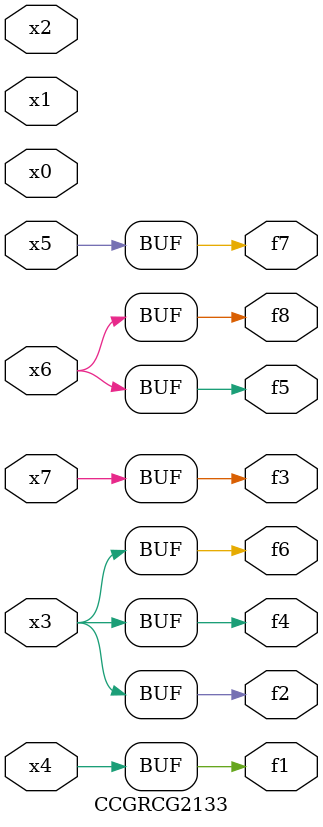
<source format=v>
module CCGRCG2133(
	input x0, x1, x2, x3, x4, x5, x6, x7,
	output f1, f2, f3, f4, f5, f6, f7, f8
);
	assign f1 = x4;
	assign f2 = x3;
	assign f3 = x7;
	assign f4 = x3;
	assign f5 = x6;
	assign f6 = x3;
	assign f7 = x5;
	assign f8 = x6;
endmodule

</source>
